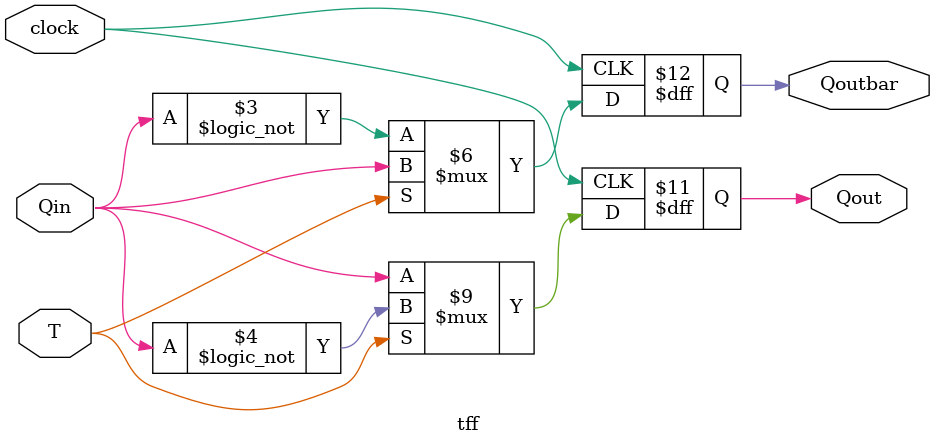
<source format=v>
module tff(input wire clock,
input wire T,
input wire Qin,
output reg Qout,
output reg Qoutbar);

always @ (posedge clock)
begin
if (!T)
begin
Qout = Qin;
Qoutbar = (!Qin);
end
else
begin
Qout = (!Qin);
Qoutbar = Qin;
end
end
endmodule
</source>
